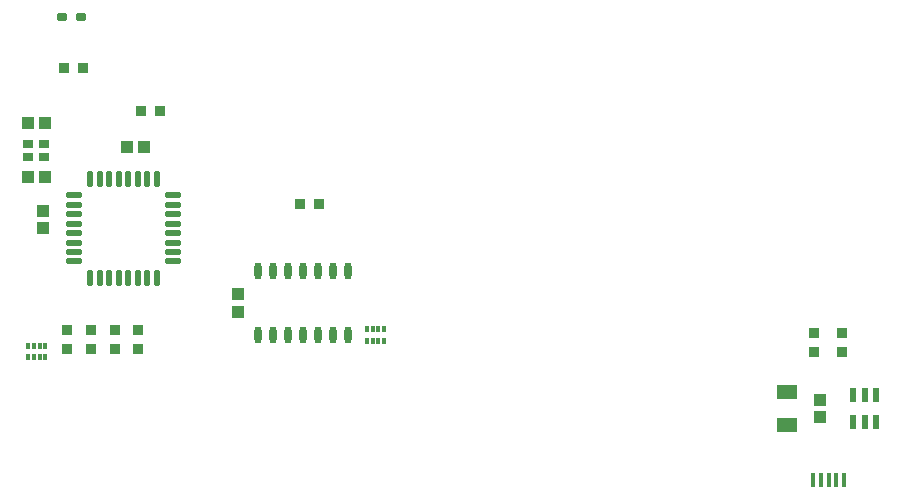
<source format=gtp>
G04*
G04 #@! TF.GenerationSoftware,Altium Limited,Altium Designer,21.1.1 (26)*
G04*
G04 Layer_Color=8421504*
%FSLAX25Y25*%
%MOIN*%
G70*
G04*
G04 #@! TF.SameCoordinates,C9F6B278-B4AD-4305-9E7D-9AC12232687F*
G04*
G04*
G04 #@! TF.FilePolarity,Positive*
G04*
G01*
G75*
%ADD16O,0.02165X0.05512*%
%ADD17O,0.05512X0.02165*%
%ADD18R,0.03543X0.03150*%
%ADD19R,0.01260X0.01968*%
%ADD20R,0.03740X0.03543*%
%ADD21R,0.03543X0.03740*%
%ADD22R,0.07087X0.05118*%
%ADD23R,0.02362X0.04724*%
G04:AMPARAMS|DCode=24|XSize=31.5mil|YSize=29.53mil|CornerRadius=7.38mil|HoleSize=0mil|Usage=FLASHONLY|Rotation=0.000|XOffset=0mil|YOffset=0mil|HoleType=Round|Shape=RoundedRectangle|*
%AMROUNDEDRECTD24*
21,1,0.03150,0.01476,0,0,0.0*
21,1,0.01673,0.02953,0,0,0.0*
1,1,0.01476,0.00837,-0.00738*
1,1,0.01476,-0.00837,-0.00738*
1,1,0.01476,-0.00837,0.00738*
1,1,0.01476,0.00837,0.00738*
%
%ADD24ROUNDEDRECTD24*%
%ADD25R,0.03937X0.04134*%
%ADD26R,0.04134X0.03937*%
%ADD27O,0.02362X0.05709*%
%ADD28R,0.01772X0.05118*%
D16*
X78976Y122535D02*
D03*
X82126D02*
D03*
X85276D02*
D03*
X88425D02*
D03*
X91575D02*
D03*
X94724D02*
D03*
X97874D02*
D03*
X101024D02*
D03*
Y89465D02*
D03*
X97874D02*
D03*
X94724D02*
D03*
X91575D02*
D03*
X88425D02*
D03*
X85276D02*
D03*
X82126D02*
D03*
X78976D02*
D03*
D17*
X106535Y117024D02*
D03*
Y113874D02*
D03*
Y110724D02*
D03*
Y107575D02*
D03*
Y104425D02*
D03*
Y101276D02*
D03*
Y98126D02*
D03*
Y94976D02*
D03*
X73465D02*
D03*
Y98126D02*
D03*
Y101276D02*
D03*
Y104425D02*
D03*
Y107575D02*
D03*
Y110724D02*
D03*
Y113874D02*
D03*
Y117024D02*
D03*
D18*
X63630Y134165D02*
D03*
Y129834D02*
D03*
X58118D02*
D03*
Y134165D02*
D03*
D19*
X63969Y66937D02*
D03*
X62000D02*
D03*
X60032D02*
D03*
X58063D02*
D03*
X63969Y63000D02*
D03*
X62000D02*
D03*
X60032D02*
D03*
X58063D02*
D03*
X176953Y72351D02*
D03*
X174984D02*
D03*
X173016D02*
D03*
X171047D02*
D03*
X176953Y68414D02*
D03*
X174984D02*
D03*
X173016D02*
D03*
X171047D02*
D03*
D20*
X71000Y65850D02*
D03*
Y72150D02*
D03*
X79000Y65850D02*
D03*
Y72150D02*
D03*
X87000Y65850D02*
D03*
Y72150D02*
D03*
X329473Y71149D02*
D03*
Y64850D02*
D03*
X320126Y71149D02*
D03*
Y64850D02*
D03*
X94724Y65850D02*
D03*
Y72150D02*
D03*
D21*
X70125Y159605D02*
D03*
X76424D02*
D03*
X155000Y114000D02*
D03*
X148701D02*
D03*
X102000Y145000D02*
D03*
X95701D02*
D03*
D22*
X311000Y51512D02*
D03*
Y40488D02*
D03*
D23*
X333260Y50527D02*
D03*
X337000D02*
D03*
X340740D02*
D03*
Y41472D02*
D03*
X337000D02*
D03*
X333260D02*
D03*
D24*
X75950Y176400D02*
D03*
X69650D02*
D03*
D25*
X322000Y48952D02*
D03*
Y43047D02*
D03*
X63000Y111953D02*
D03*
Y106047D02*
D03*
X128000Y78094D02*
D03*
Y84000D02*
D03*
D26*
X91047Y133000D02*
D03*
X96953D02*
D03*
X63953Y123000D02*
D03*
X58047D02*
D03*
Y141000D02*
D03*
X63953D02*
D03*
D27*
X164876Y91839D02*
D03*
X159876D02*
D03*
X154876D02*
D03*
X149876D02*
D03*
X144876D02*
D03*
X139876D02*
D03*
X134876D02*
D03*
X164876Y70382D02*
D03*
X159876D02*
D03*
X154876D02*
D03*
X149876D02*
D03*
X144876D02*
D03*
X139876D02*
D03*
X134876D02*
D03*
D28*
X330136Y22000D02*
D03*
X327577D02*
D03*
X325018D02*
D03*
X322459D02*
D03*
X319900D02*
D03*
M02*

</source>
